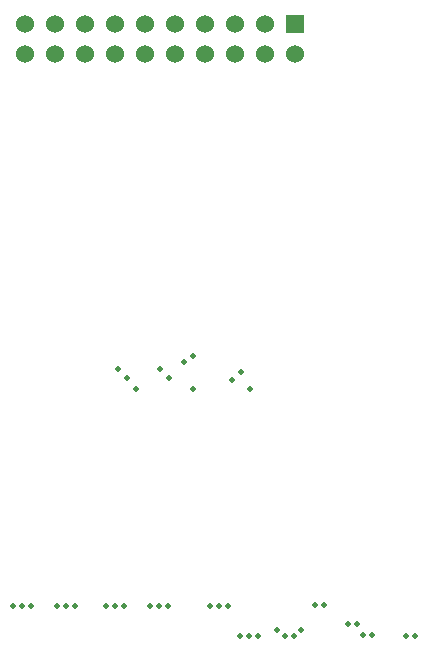
<source format=gbr>
G04 start of page 5 for group 3 idx 14 *
G04 Title: (unknown), exclude1 *
G04 Creator: pcb 4.2.0 *
G04 CreationDate: Mon Sep 28 04:20:22 2020 UTC *
G04 For: commonadmin *
G04 Format: Gerber/RS-274X *
G04 PCB-Dimensions (mil): 2150.00 2800.00 *
G04 PCB-Coordinate-Origin: lower left *
%MOIN*%
%FSLAX25Y25*%
%LNGROUP3*%
%ADD28C,0.0380*%
%ADD27C,0.0100*%
%ADD26C,0.0001*%
%ADD25C,0.0600*%
%ADD24C,0.0200*%
G54D24*X182499Y46500D03*
X185500D03*
X177500Y50000D03*
X180500D03*
X197000Y46000D03*
X200000D03*
X166500Y56500D03*
X131500Y56000D03*
X134500D03*
X137500D03*
X169500Y56500D03*
X154000Y48000D03*
X156500Y46000D03*
X141500D03*
X144500D03*
X147500D03*
X159500D03*
X162000Y48000D03*
G54D25*X140000Y250000D03*
Y240000D03*
X130000Y250000D03*
Y240000D03*
G54D26*G36*
X157000Y253000D02*Y247000D01*
X163000D01*
Y253000D01*
X157000D01*
G37*
G54D25*X160000Y240000D03*
X150000Y250000D03*
Y240000D03*
X120000Y250000D03*
Y240000D03*
X110000Y250000D03*
X100000D03*
X90000D03*
X80000D03*
X70000D03*
X110000Y240000D03*
X100000D03*
X90000D03*
X80000D03*
X70000D03*
G54D24*X72000Y56000D03*
X69000D03*
X66000D03*
X86500D03*
X83500D03*
X80500D03*
X103000D03*
X117500D03*
X114500D03*
X111500D03*
X100000D03*
X97000D03*
X107000Y128500D03*
X126000Y139500D03*
X123000Y137500D03*
X142000Y134000D03*
X139000Y131500D03*
X126000Y128500D03*
X145000D03*
X118000Y132000D03*
X104000D03*
X101000Y135000D03*
X115000D03*
G54D27*G54D28*G54D27*M02*

</source>
